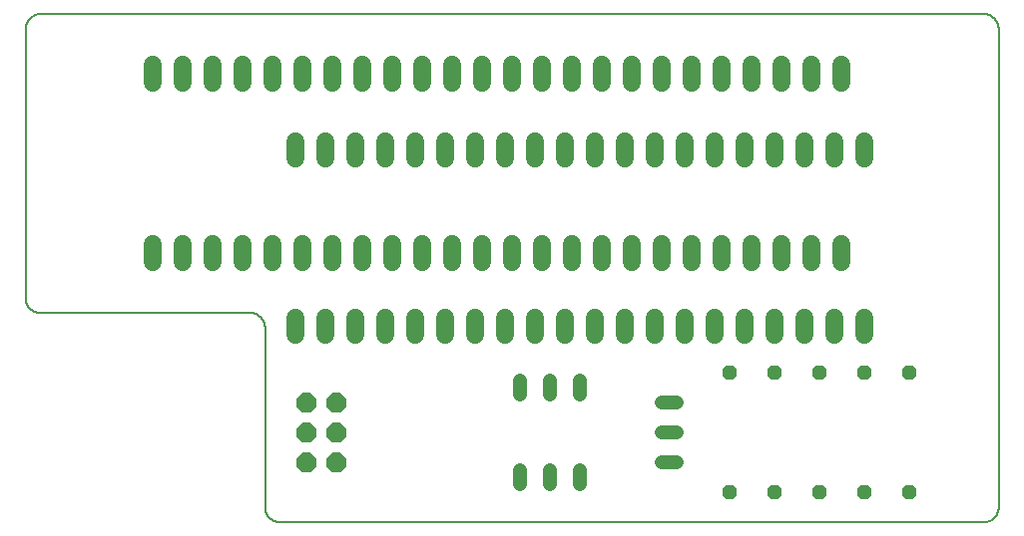
<source format=gts>
G75*
%MOIN*%
%OFA0B0*%
%FSLAX25Y25*%
%IPPOS*%
%LPD*%
%AMOC8*
5,1,8,0,0,1.08239X$1,22.5*
%
%ADD10C,0.00796*%
%ADD11C,0.05906*%
%ADD12OC8,0.04800*%
%ADD13C,0.04800*%
%ADD14OC8,0.06600*%
D10*
X0091300Y0006398D02*
X0091300Y0066398D01*
X0091298Y0066538D01*
X0091292Y0066678D01*
X0091282Y0066818D01*
X0091269Y0066958D01*
X0091251Y0067097D01*
X0091229Y0067236D01*
X0091204Y0067373D01*
X0091175Y0067511D01*
X0091142Y0067647D01*
X0091105Y0067782D01*
X0091064Y0067916D01*
X0091019Y0068049D01*
X0090971Y0068181D01*
X0090919Y0068311D01*
X0090864Y0068440D01*
X0090805Y0068567D01*
X0090742Y0068693D01*
X0090676Y0068817D01*
X0090607Y0068938D01*
X0090534Y0069058D01*
X0090457Y0069176D01*
X0090378Y0069291D01*
X0090295Y0069405D01*
X0090209Y0069515D01*
X0090120Y0069624D01*
X0090028Y0069730D01*
X0089933Y0069833D01*
X0089836Y0069934D01*
X0089735Y0070031D01*
X0089632Y0070126D01*
X0089526Y0070218D01*
X0089417Y0070307D01*
X0089307Y0070393D01*
X0089193Y0070476D01*
X0089078Y0070555D01*
X0088960Y0070632D01*
X0088840Y0070705D01*
X0088719Y0070774D01*
X0088595Y0070840D01*
X0088469Y0070903D01*
X0088342Y0070962D01*
X0088213Y0071017D01*
X0088083Y0071069D01*
X0087951Y0071117D01*
X0087818Y0071162D01*
X0087684Y0071203D01*
X0087549Y0071240D01*
X0087413Y0071273D01*
X0087275Y0071302D01*
X0087138Y0071327D01*
X0086999Y0071349D01*
X0086860Y0071367D01*
X0086720Y0071380D01*
X0086580Y0071390D01*
X0086440Y0071396D01*
X0086300Y0071398D01*
X0016300Y0071398D01*
X0016160Y0071400D01*
X0016020Y0071406D01*
X0015880Y0071416D01*
X0015740Y0071429D01*
X0015601Y0071447D01*
X0015462Y0071469D01*
X0015325Y0071494D01*
X0015187Y0071523D01*
X0015051Y0071556D01*
X0014916Y0071593D01*
X0014782Y0071634D01*
X0014649Y0071679D01*
X0014517Y0071727D01*
X0014387Y0071779D01*
X0014258Y0071834D01*
X0014131Y0071893D01*
X0014005Y0071956D01*
X0013881Y0072022D01*
X0013760Y0072091D01*
X0013640Y0072164D01*
X0013522Y0072241D01*
X0013407Y0072320D01*
X0013293Y0072403D01*
X0013183Y0072489D01*
X0013074Y0072578D01*
X0012968Y0072670D01*
X0012865Y0072765D01*
X0012764Y0072862D01*
X0012667Y0072963D01*
X0012572Y0073066D01*
X0012480Y0073172D01*
X0012391Y0073281D01*
X0012305Y0073391D01*
X0012222Y0073505D01*
X0012143Y0073620D01*
X0012066Y0073738D01*
X0011993Y0073858D01*
X0011924Y0073979D01*
X0011858Y0074103D01*
X0011795Y0074229D01*
X0011736Y0074356D01*
X0011681Y0074485D01*
X0011629Y0074615D01*
X0011581Y0074747D01*
X0011536Y0074880D01*
X0011495Y0075014D01*
X0011458Y0075149D01*
X0011425Y0075285D01*
X0011396Y0075423D01*
X0011371Y0075560D01*
X0011349Y0075699D01*
X0011331Y0075838D01*
X0011318Y0075978D01*
X0011308Y0076118D01*
X0011302Y0076258D01*
X0011300Y0076398D01*
X0011300Y0166398D01*
X0011302Y0166538D01*
X0011308Y0166678D01*
X0011318Y0166818D01*
X0011331Y0166958D01*
X0011349Y0167097D01*
X0011371Y0167236D01*
X0011396Y0167373D01*
X0011425Y0167511D01*
X0011458Y0167647D01*
X0011495Y0167782D01*
X0011536Y0167916D01*
X0011581Y0168049D01*
X0011629Y0168181D01*
X0011681Y0168311D01*
X0011736Y0168440D01*
X0011795Y0168567D01*
X0011858Y0168693D01*
X0011924Y0168817D01*
X0011993Y0168938D01*
X0012066Y0169058D01*
X0012143Y0169176D01*
X0012222Y0169291D01*
X0012305Y0169405D01*
X0012391Y0169515D01*
X0012480Y0169624D01*
X0012572Y0169730D01*
X0012667Y0169833D01*
X0012764Y0169934D01*
X0012865Y0170031D01*
X0012968Y0170126D01*
X0013074Y0170218D01*
X0013183Y0170307D01*
X0013293Y0170393D01*
X0013407Y0170476D01*
X0013522Y0170555D01*
X0013640Y0170632D01*
X0013760Y0170705D01*
X0013881Y0170774D01*
X0014005Y0170840D01*
X0014131Y0170903D01*
X0014258Y0170962D01*
X0014387Y0171017D01*
X0014517Y0171069D01*
X0014649Y0171117D01*
X0014782Y0171162D01*
X0014916Y0171203D01*
X0015051Y0171240D01*
X0015187Y0171273D01*
X0015325Y0171302D01*
X0015462Y0171327D01*
X0015601Y0171349D01*
X0015740Y0171367D01*
X0015880Y0171380D01*
X0016020Y0171390D01*
X0016160Y0171396D01*
X0016300Y0171398D01*
X0331300Y0171398D01*
X0331440Y0171396D01*
X0331580Y0171390D01*
X0331720Y0171380D01*
X0331860Y0171367D01*
X0331999Y0171349D01*
X0332138Y0171327D01*
X0332275Y0171302D01*
X0332413Y0171273D01*
X0332549Y0171240D01*
X0332684Y0171203D01*
X0332818Y0171162D01*
X0332951Y0171117D01*
X0333083Y0171069D01*
X0333213Y0171017D01*
X0333342Y0170962D01*
X0333469Y0170903D01*
X0333595Y0170840D01*
X0333719Y0170774D01*
X0333840Y0170705D01*
X0333960Y0170632D01*
X0334078Y0170555D01*
X0334193Y0170476D01*
X0334307Y0170393D01*
X0334417Y0170307D01*
X0334526Y0170218D01*
X0334632Y0170126D01*
X0334735Y0170031D01*
X0334836Y0169934D01*
X0334933Y0169833D01*
X0335028Y0169730D01*
X0335120Y0169624D01*
X0335209Y0169515D01*
X0335295Y0169405D01*
X0335378Y0169291D01*
X0335457Y0169176D01*
X0335534Y0169058D01*
X0335607Y0168938D01*
X0335676Y0168817D01*
X0335742Y0168693D01*
X0335805Y0168567D01*
X0335864Y0168440D01*
X0335919Y0168311D01*
X0335971Y0168181D01*
X0336019Y0168049D01*
X0336064Y0167916D01*
X0336105Y0167782D01*
X0336142Y0167647D01*
X0336175Y0167511D01*
X0336204Y0167373D01*
X0336229Y0167236D01*
X0336251Y0167097D01*
X0336269Y0166958D01*
X0336282Y0166818D01*
X0336292Y0166678D01*
X0336298Y0166538D01*
X0336300Y0166398D01*
X0336300Y0006398D01*
X0336298Y0006258D01*
X0336292Y0006118D01*
X0336282Y0005978D01*
X0336269Y0005838D01*
X0336251Y0005699D01*
X0336229Y0005560D01*
X0336204Y0005423D01*
X0336175Y0005285D01*
X0336142Y0005149D01*
X0336105Y0005014D01*
X0336064Y0004880D01*
X0336019Y0004747D01*
X0335971Y0004615D01*
X0335919Y0004485D01*
X0335864Y0004356D01*
X0335805Y0004229D01*
X0335742Y0004103D01*
X0335676Y0003979D01*
X0335607Y0003858D01*
X0335534Y0003738D01*
X0335457Y0003620D01*
X0335378Y0003505D01*
X0335295Y0003391D01*
X0335209Y0003281D01*
X0335120Y0003172D01*
X0335028Y0003066D01*
X0334933Y0002963D01*
X0334836Y0002862D01*
X0334735Y0002765D01*
X0334632Y0002670D01*
X0334526Y0002578D01*
X0334417Y0002489D01*
X0334307Y0002403D01*
X0334193Y0002320D01*
X0334078Y0002241D01*
X0333960Y0002164D01*
X0333840Y0002091D01*
X0333719Y0002022D01*
X0333595Y0001956D01*
X0333469Y0001893D01*
X0333342Y0001834D01*
X0333213Y0001779D01*
X0333083Y0001727D01*
X0332951Y0001679D01*
X0332818Y0001634D01*
X0332684Y0001593D01*
X0332549Y0001556D01*
X0332413Y0001523D01*
X0332275Y0001494D01*
X0332138Y0001469D01*
X0331999Y0001447D01*
X0331860Y0001429D01*
X0331720Y0001416D01*
X0331580Y0001406D01*
X0331440Y0001400D01*
X0331300Y0001398D01*
X0096300Y0001398D01*
X0096160Y0001400D01*
X0096020Y0001406D01*
X0095880Y0001416D01*
X0095740Y0001429D01*
X0095601Y0001447D01*
X0095462Y0001469D01*
X0095325Y0001494D01*
X0095187Y0001523D01*
X0095051Y0001556D01*
X0094916Y0001593D01*
X0094782Y0001634D01*
X0094649Y0001679D01*
X0094517Y0001727D01*
X0094387Y0001779D01*
X0094258Y0001834D01*
X0094131Y0001893D01*
X0094005Y0001956D01*
X0093881Y0002022D01*
X0093760Y0002091D01*
X0093640Y0002164D01*
X0093522Y0002241D01*
X0093407Y0002320D01*
X0093293Y0002403D01*
X0093183Y0002489D01*
X0093074Y0002578D01*
X0092968Y0002670D01*
X0092865Y0002765D01*
X0092764Y0002862D01*
X0092667Y0002963D01*
X0092572Y0003066D01*
X0092480Y0003172D01*
X0092391Y0003281D01*
X0092305Y0003391D01*
X0092222Y0003505D01*
X0092143Y0003620D01*
X0092066Y0003738D01*
X0091993Y0003858D01*
X0091924Y0003979D01*
X0091858Y0004103D01*
X0091795Y0004229D01*
X0091736Y0004356D01*
X0091681Y0004485D01*
X0091629Y0004615D01*
X0091581Y0004747D01*
X0091536Y0004880D01*
X0091495Y0005014D01*
X0091458Y0005149D01*
X0091425Y0005285D01*
X0091396Y0005423D01*
X0091371Y0005560D01*
X0091349Y0005699D01*
X0091331Y0005838D01*
X0091318Y0005978D01*
X0091308Y0006118D01*
X0091302Y0006258D01*
X0091300Y0006398D01*
D11*
X0101300Y0063938D02*
X0101300Y0069843D01*
X0111300Y0069843D02*
X0111300Y0063938D01*
X0121300Y0063938D02*
X0121300Y0069843D01*
X0131300Y0069843D02*
X0131300Y0063938D01*
X0141300Y0063938D02*
X0141300Y0069843D01*
X0151300Y0069843D02*
X0151300Y0063938D01*
X0161300Y0063938D02*
X0161300Y0069843D01*
X0171300Y0069843D02*
X0171300Y0063938D01*
X0181300Y0063938D02*
X0181300Y0069843D01*
X0191300Y0069843D02*
X0191300Y0063938D01*
X0201300Y0063938D02*
X0201300Y0069843D01*
X0211300Y0069843D02*
X0211300Y0063938D01*
X0221300Y0063938D02*
X0221300Y0069843D01*
X0231300Y0069843D02*
X0231300Y0063938D01*
X0241300Y0063938D02*
X0241300Y0069843D01*
X0251300Y0069843D02*
X0251300Y0063938D01*
X0261300Y0063938D02*
X0261300Y0069843D01*
X0271300Y0069843D02*
X0271300Y0063938D01*
X0281300Y0063938D02*
X0281300Y0069843D01*
X0291300Y0069843D02*
X0291300Y0063938D01*
X0283800Y0088445D02*
X0283800Y0094351D01*
X0273800Y0094351D02*
X0273800Y0088445D01*
X0263800Y0088445D02*
X0263800Y0094351D01*
X0253800Y0094351D02*
X0253800Y0088445D01*
X0243800Y0088445D02*
X0243800Y0094351D01*
X0233800Y0094351D02*
X0233800Y0088445D01*
X0223800Y0088445D02*
X0223800Y0094351D01*
X0213800Y0094351D02*
X0213800Y0088445D01*
X0203800Y0088445D02*
X0203800Y0094351D01*
X0193800Y0094351D02*
X0193800Y0088445D01*
X0183800Y0088445D02*
X0183800Y0094351D01*
X0173800Y0094351D02*
X0173800Y0088445D01*
X0163800Y0088445D02*
X0163800Y0094351D01*
X0153800Y0094351D02*
X0153800Y0088445D01*
X0143800Y0088445D02*
X0143800Y0094351D01*
X0133800Y0094351D02*
X0133800Y0088445D01*
X0123800Y0088445D02*
X0123800Y0094351D01*
X0113800Y0094351D02*
X0113800Y0088445D01*
X0103800Y0088445D02*
X0103800Y0094351D01*
X0093800Y0094351D02*
X0093800Y0088445D01*
X0083800Y0088445D02*
X0083800Y0094351D01*
X0073800Y0094351D02*
X0073800Y0088445D01*
X0063800Y0088445D02*
X0063800Y0094351D01*
X0053800Y0094351D02*
X0053800Y0088445D01*
X0101300Y0122953D02*
X0101300Y0128859D01*
X0111300Y0128859D02*
X0111300Y0122953D01*
X0121300Y0122953D02*
X0121300Y0128859D01*
X0131300Y0128859D02*
X0131300Y0122953D01*
X0141300Y0122953D02*
X0141300Y0128859D01*
X0151300Y0128859D02*
X0151300Y0122953D01*
X0161300Y0122953D02*
X0161300Y0128859D01*
X0171300Y0128859D02*
X0171300Y0122953D01*
X0181300Y0122953D02*
X0181300Y0128859D01*
X0191300Y0128859D02*
X0191300Y0122953D01*
X0201300Y0122953D02*
X0201300Y0128859D01*
X0211300Y0128859D02*
X0211300Y0122953D01*
X0221300Y0122953D02*
X0221300Y0128859D01*
X0231300Y0128859D02*
X0231300Y0122953D01*
X0241300Y0122953D02*
X0241300Y0128859D01*
X0251300Y0128859D02*
X0251300Y0122953D01*
X0261300Y0122953D02*
X0261300Y0128859D01*
X0271300Y0128859D02*
X0271300Y0122953D01*
X0281300Y0122953D02*
X0281300Y0128859D01*
X0291300Y0128859D02*
X0291300Y0122953D01*
X0283800Y0148445D02*
X0283800Y0154351D01*
X0273800Y0154351D02*
X0273800Y0148445D01*
X0263800Y0148445D02*
X0263800Y0154351D01*
X0253800Y0154351D02*
X0253800Y0148445D01*
X0243800Y0148445D02*
X0243800Y0154351D01*
X0233800Y0154351D02*
X0233800Y0148445D01*
X0223800Y0148445D02*
X0223800Y0154351D01*
X0213800Y0154351D02*
X0213800Y0148445D01*
X0203800Y0148445D02*
X0203800Y0154351D01*
X0193800Y0154351D02*
X0193800Y0148445D01*
X0183800Y0148445D02*
X0183800Y0154351D01*
X0173800Y0154351D02*
X0173800Y0148445D01*
X0163800Y0148445D02*
X0163800Y0154351D01*
X0153800Y0154351D02*
X0153800Y0148445D01*
X0143800Y0148445D02*
X0143800Y0154351D01*
X0133800Y0154351D02*
X0133800Y0148445D01*
X0123800Y0148445D02*
X0123800Y0154351D01*
X0113800Y0154351D02*
X0113800Y0148445D01*
X0103800Y0148445D02*
X0103800Y0154351D01*
X0093800Y0154351D02*
X0093800Y0148445D01*
X0083800Y0148445D02*
X0083800Y0154351D01*
X0073800Y0154351D02*
X0073800Y0148445D01*
X0063800Y0148445D02*
X0063800Y0154351D01*
X0053800Y0154351D02*
X0053800Y0148445D01*
D12*
X0246300Y0051398D03*
X0261300Y0051398D03*
X0276300Y0051398D03*
X0291300Y0051398D03*
X0306300Y0051398D03*
X0306300Y0011398D03*
X0291300Y0011398D03*
X0276300Y0011398D03*
X0261300Y0011398D03*
X0246300Y0011398D03*
D13*
X0228700Y0021398D02*
X0223900Y0021398D01*
X0223900Y0031398D02*
X0228700Y0031398D01*
X0228700Y0041398D02*
X0223900Y0041398D01*
X0196300Y0043998D02*
X0196300Y0048798D01*
X0186300Y0048798D02*
X0186300Y0043998D01*
X0176300Y0043998D02*
X0176300Y0048798D01*
X0176300Y0018798D02*
X0176300Y0013998D01*
X0186300Y0013998D02*
X0186300Y0018798D01*
X0196300Y0018798D02*
X0196300Y0013998D01*
D14*
X0115237Y0021398D03*
X0105237Y0021398D03*
X0105237Y0031398D03*
X0115237Y0031398D03*
X0115237Y0041398D03*
X0105237Y0041398D03*
M02*

</source>
